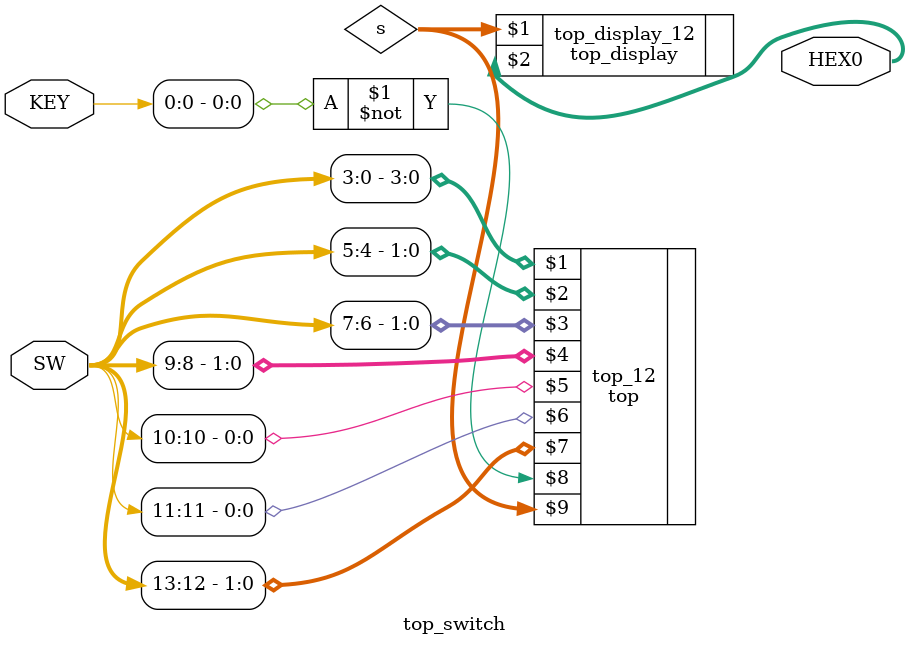
<source format=v>
module top_switch (
	input wire [13:0] SW,
	input wire [1:0] KEY,
	output wire [6:0] HEX0);
	
	wire [3:0] s;
	
	top top_12(SW[3:0], SW[5:4], SW[7:6], SW[9:8], SW[10], SW[11], SW[13:12], ~KEY[0], s);
	top_display top_display_12(s, HEX0);
endmodule
</source>
